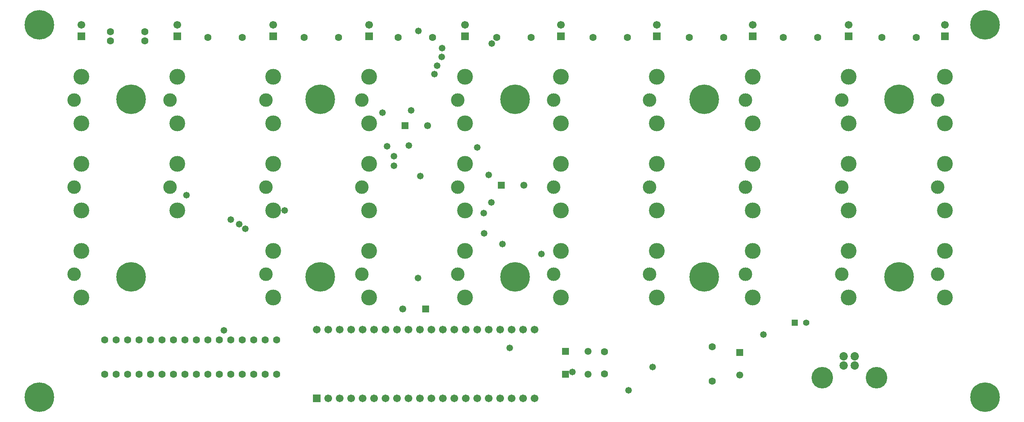
<source format=gbs>
%FSLAX23Y23*%
%MOIN*%
G70*
G01*
G75*
%ADD10R,0.059X0.012*%
%ADD11O,0.059X0.012*%
%ADD12C,0.010*%
%ADD13C,0.250*%
%ADD14C,0.110*%
%ADD15C,0.130*%
%ADD16C,0.055*%
%ADD17R,0.059X0.059*%
%ADD18C,0.059*%
%ADD19R,0.053X0.053*%
%ADD20C,0.053*%
%ADD21C,0.047*%
%ADD22R,0.047X0.047*%
%ADD23R,0.059X0.059*%
%ADD24C,0.059*%
%ADD25C,0.065*%
%ADD26C,0.180*%
%ADD27C,0.050*%
%ADD28C,0.008*%
%ADD29C,0.006*%
%ADD30R,0.067X0.020*%
%ADD31O,0.067X0.020*%
%ADD32C,0.258*%
%ADD33C,0.118*%
%ADD34C,0.138*%
%ADD35C,0.063*%
%ADD36R,0.067X0.067*%
%ADD37C,0.067*%
%ADD38R,0.061X0.061*%
%ADD39C,0.061*%
%ADD40C,0.055*%
%ADD41R,0.055X0.055*%
%ADD42R,0.067X0.067*%
%ADD43C,0.067*%
%ADD44C,0.073*%
%ADD45C,0.188*%
%ADD46C,0.058*%
D32*
X1250Y1250D02*
D03*
X2050Y2300D02*
D03*
X3700D02*
D03*
X5400D02*
D03*
X2050Y3850D02*
D03*
X3700D02*
D03*
X1250Y4500D02*
D03*
X5400Y3850D02*
D03*
X7050Y2300D02*
D03*
X9500Y1250D02*
D03*
X8750Y2300D02*
D03*
X7050Y3850D02*
D03*
X8750D02*
D03*
X9500Y4500D02*
D03*
D33*
X2391Y3083D02*
D03*
X1554Y2323D02*
D03*
Y3083D02*
D03*
X6576D02*
D03*
X3228D02*
D03*
X7413D02*
D03*
X4065D02*
D03*
X8250D02*
D03*
X4902D02*
D03*
X9087D02*
D03*
X5739D02*
D03*
X3228Y2323D02*
D03*
X4065D02*
D03*
X4902D02*
D03*
X5739D02*
D03*
X6576D02*
D03*
X7413D02*
D03*
X8250D02*
D03*
X9087D02*
D03*
Y3843D02*
D03*
X8250D02*
D03*
X7413D02*
D03*
X6576D02*
D03*
X5739D02*
D03*
X4902D02*
D03*
X4065D02*
D03*
X3228D02*
D03*
X1554D02*
D03*
X2391D02*
D03*
D34*
X2454Y3286D02*
D03*
Y2880D02*
D03*
X1617Y2526D02*
D03*
Y2120D02*
D03*
Y3286D02*
D03*
Y2880D02*
D03*
X6639Y3286D02*
D03*
Y2880D02*
D03*
X3291Y3286D02*
D03*
Y2880D02*
D03*
X7476Y3286D02*
D03*
Y2880D02*
D03*
X4128Y3286D02*
D03*
Y2880D02*
D03*
X8313Y3286D02*
D03*
Y2880D02*
D03*
X4965Y3286D02*
D03*
Y2880D02*
D03*
X9150Y3286D02*
D03*
Y2880D02*
D03*
X5802Y3286D02*
D03*
Y2880D02*
D03*
X3291Y2526D02*
D03*
Y2120D02*
D03*
X4128Y2526D02*
D03*
Y2120D02*
D03*
X4965Y2526D02*
D03*
Y2120D02*
D03*
X5802Y2526D02*
D03*
Y2120D02*
D03*
X6639Y2526D02*
D03*
Y2120D02*
D03*
X7476Y2526D02*
D03*
Y2120D02*
D03*
X8313Y2526D02*
D03*
Y2120D02*
D03*
X9150Y2526D02*
D03*
Y2120D02*
D03*
Y3640D02*
D03*
Y4046D02*
D03*
X8313Y3640D02*
D03*
Y4046D02*
D03*
X7476Y3640D02*
D03*
Y4046D02*
D03*
X6639Y3640D02*
D03*
Y4046D02*
D03*
X5802Y3640D02*
D03*
Y4046D02*
D03*
X4965Y3640D02*
D03*
Y4046D02*
D03*
X4128Y3640D02*
D03*
Y4046D02*
D03*
X3291Y3640D02*
D03*
Y4046D02*
D03*
X1617Y3640D02*
D03*
Y4046D02*
D03*
X2454Y3640D02*
D03*
Y4046D02*
D03*
D35*
X1870Y4440D02*
D03*
X2170D02*
D03*
X1870Y4360D02*
D03*
X2170D02*
D03*
X2720Y4390D02*
D03*
X3020D02*
D03*
X3560D02*
D03*
X3860D02*
D03*
X4380D02*
D03*
X4680D02*
D03*
X5240D02*
D03*
X5540D02*
D03*
X6080D02*
D03*
X6380D02*
D03*
X6920D02*
D03*
X7220D02*
D03*
X7740D02*
D03*
X8040D02*
D03*
X8600D02*
D03*
X8900D02*
D03*
X6180Y1646D02*
D03*
Y1454D02*
D03*
X7120Y1690D02*
D03*
Y1390D02*
D03*
X2620Y1750D02*
D03*
Y1450D02*
D03*
X2720Y1750D02*
D03*
Y1450D02*
D03*
X2820Y1750D02*
D03*
Y1450D02*
D03*
X2920Y1750D02*
D03*
Y1450D02*
D03*
X3020Y1750D02*
D03*
Y1450D02*
D03*
X3120Y1750D02*
D03*
Y1450D02*
D03*
X3220Y1750D02*
D03*
Y1450D02*
D03*
X3320Y1750D02*
D03*
Y1450D02*
D03*
X2520D02*
D03*
Y1750D02*
D03*
X2420Y1450D02*
D03*
Y1750D02*
D03*
X2320Y1450D02*
D03*
Y1750D02*
D03*
X2220Y1450D02*
D03*
Y1750D02*
D03*
X2120Y1450D02*
D03*
Y1750D02*
D03*
X2020Y1450D02*
D03*
Y1750D02*
D03*
X1920Y1450D02*
D03*
Y1750D02*
D03*
X1820Y1450D02*
D03*
Y1750D02*
D03*
D36*
X1617Y4400D02*
D03*
X2454D02*
D03*
X3291D02*
D03*
X4128D02*
D03*
X4965D02*
D03*
X5802D02*
D03*
X6639D02*
D03*
X7476D02*
D03*
X8313D02*
D03*
X9150D02*
D03*
D37*
X1617Y4500D02*
D03*
X2454D02*
D03*
X3291D02*
D03*
X4128D02*
D03*
X4965D02*
D03*
X5802D02*
D03*
X6639D02*
D03*
X7476D02*
D03*
X8313D02*
D03*
X9150D02*
D03*
D38*
X5840Y1650D02*
D03*
Y1450D02*
D03*
X7360Y1640D02*
D03*
X4440Y3620D02*
D03*
X5280Y3100D02*
D03*
X4620Y2020D02*
D03*
D39*
X6037Y1650D02*
D03*
Y1450D02*
D03*
X7360Y1443D02*
D03*
X4637Y3620D02*
D03*
X5477Y3100D02*
D03*
X4423Y2020D02*
D03*
D40*
X7940Y1900D02*
D03*
D41*
X7840D02*
D03*
D42*
X3670Y1240D02*
D03*
D43*
X3770D02*
D03*
X3870D02*
D03*
X3970D02*
D03*
X4070D02*
D03*
X4170D02*
D03*
X4270D02*
D03*
X4370D02*
D03*
X4470D02*
D03*
X4570D02*
D03*
X4670D02*
D03*
X4770D02*
D03*
X4870D02*
D03*
X4970D02*
D03*
X5070D02*
D03*
X5170D02*
D03*
X5270D02*
D03*
X5370D02*
D03*
X5470D02*
D03*
X5570D02*
D03*
X3670Y1840D02*
D03*
X3770D02*
D03*
X3870D02*
D03*
X3970D02*
D03*
X4070D02*
D03*
X4170D02*
D03*
X4270D02*
D03*
X4370D02*
D03*
X4470D02*
D03*
X4570D02*
D03*
X4670D02*
D03*
X4770D02*
D03*
X4870D02*
D03*
X4970D02*
D03*
X5070D02*
D03*
X5170D02*
D03*
X5270D02*
D03*
X5370D02*
D03*
X5470D02*
D03*
X5570D02*
D03*
D44*
X8366Y1527D02*
D03*
X8366Y1605D02*
D03*
X8268D02*
D03*
Y1527D02*
D03*
D45*
X8554Y1420D02*
D03*
X8080D02*
D03*
D46*
X4557Y4445D02*
D03*
X4720Y4144D02*
D03*
X4699Y4069D02*
D03*
X4760Y4219D02*
D03*
X5199Y4336D02*
D03*
X4764Y4295D02*
D03*
X5902Y1470D02*
D03*
X4286Y3439D02*
D03*
X4246Y3732D02*
D03*
X4475Y3447D02*
D03*
X4346Y3352D02*
D03*
Y3270D02*
D03*
X4495Y3752D02*
D03*
X3391Y2881D02*
D03*
X2860Y1833D02*
D03*
X2920Y2800D02*
D03*
X5355Y1680D02*
D03*
X5291Y2587D02*
D03*
X6391Y1309D02*
D03*
X2995Y2760D02*
D03*
X6602Y1512D02*
D03*
X3047Y2720D02*
D03*
X7569Y1795D02*
D03*
X5130Y2680D02*
D03*
X5128Y2858D02*
D03*
X5195Y2949D02*
D03*
X4556Y2290D02*
D03*
X4576Y3181D02*
D03*
X5633Y2500D02*
D03*
X2534Y3012D02*
D03*
X5170Y3189D02*
D03*
X5070Y3431D02*
D03*
M02*

</source>
